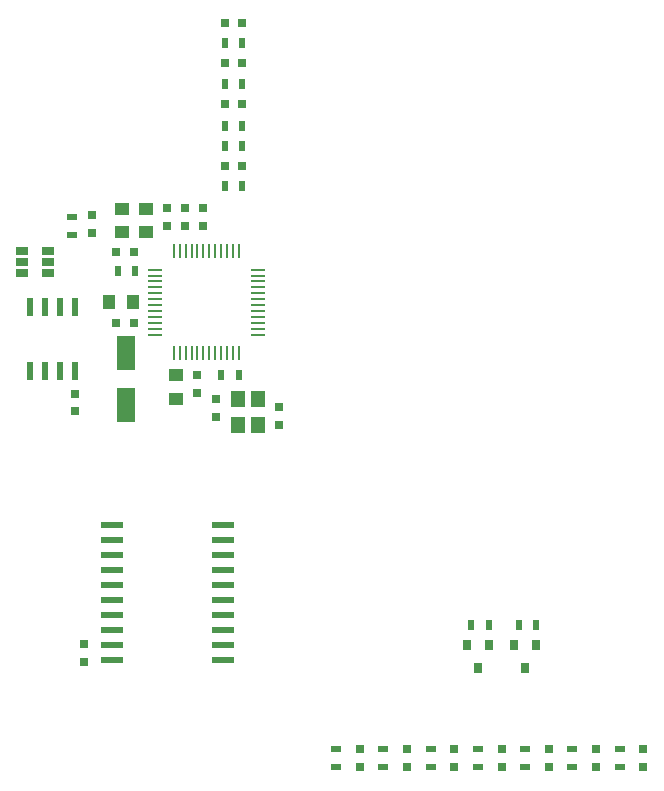
<source format=gbr>
%TF.GenerationSoftware,KiCad,Pcbnew,(5.99.0-10628-ga06f965ffa)*%
%TF.CreationDate,2021-11-10T20:23:20+01:00*%
%TF.ProjectId,16seg_Controller,31367365-675f-4436-9f6e-74726f6c6c65,1.0*%
%TF.SameCoordinates,Original*%
%TF.FileFunction,Paste,Top*%
%TF.FilePolarity,Positive*%
%FSLAX46Y46*%
G04 Gerber Fmt 4.6, Leading zero omitted, Abs format (unit mm)*
G04 Created by KiCad (PCBNEW (5.99.0-10628-ga06f965ffa)) date 2021-11-10 20:23:20*
%MOMM*%
%LPD*%
G01*
G04 APERTURE LIST*
%ADD10R,1.200000X1.400000*%
%ADD11R,0.500000X0.900000*%
%ADD12R,0.800000X0.900000*%
%ADD13R,1.060000X0.650000*%
%ADD14R,0.800000X0.750000*%
%ADD15R,0.600000X1.550000*%
%ADD16R,0.800000X0.800000*%
%ADD17R,1.600000X3.000000*%
%ADD18R,0.900000X0.500000*%
%ADD19R,0.750000X0.800000*%
%ADD20R,1.000000X1.250000*%
%ADD21R,0.250000X1.300000*%
%ADD22R,1.300000X0.250000*%
%ADD23R,1.950000X0.600000*%
%ADD24R,1.250000X1.000000*%
G04 APERTURE END LIST*
D10*
%TO.C,Y1*%
X89850000Y-96600000D03*
X89850000Y-98800000D03*
X88150000Y-98800000D03*
X88150000Y-96600000D03*
%TD*%
D11*
%TO.C,R11*%
X88550000Y-66500000D03*
X87050000Y-66500000D03*
%TD*%
D12*
%TO.C,Q2*%
X109450000Y-117400000D03*
X107550000Y-117400000D03*
X108500000Y-119400000D03*
%TD*%
D13*
%TO.C,D1*%
X69900000Y-84050000D03*
X69900000Y-85000000D03*
X69900000Y-85950000D03*
X72100000Y-85950000D03*
X72100000Y-85000000D03*
X72100000Y-84050000D03*
%TD*%
D14*
%TO.C,C11*%
X87050000Y-64800000D03*
X88550000Y-64800000D03*
%TD*%
D15*
%TO.C,U1*%
X74405000Y-88800000D03*
X73135000Y-88800000D03*
X71865000Y-88800000D03*
X70595000Y-88800000D03*
X70595000Y-94200000D03*
X71865000Y-94200000D03*
X73135000Y-94200000D03*
X74405000Y-94200000D03*
%TD*%
D16*
%TO.C,D2*%
X98500000Y-127800000D03*
X98500000Y-126200000D03*
%TD*%
D17*
%TO.C,C10*%
X78700000Y-92700000D03*
X78700000Y-97100000D03*
%TD*%
D16*
%TO.C,D8*%
X122500000Y-127800000D03*
X122500000Y-126200000D03*
%TD*%
D18*
%TO.C,R7*%
X108500000Y-127750000D03*
X108500000Y-126250000D03*
%TD*%
D19*
%TO.C,C17*%
X91650000Y-98800000D03*
X91650000Y-97300000D03*
%TD*%
D16*
%TO.C,D5*%
X106500000Y-127800000D03*
X106500000Y-126200000D03*
%TD*%
D11*
%TO.C,R9*%
X88550000Y-78600000D03*
X87050000Y-78600000D03*
%TD*%
D18*
%TO.C,R6*%
X104500000Y-127750000D03*
X104500000Y-126250000D03*
%TD*%
D11*
%TO.C,R1*%
X113450000Y-115750000D03*
X111950000Y-115750000D03*
%TD*%
D18*
%TO.C,R4*%
X100500000Y-127750000D03*
X100500000Y-126250000D03*
%TD*%
D11*
%TO.C,R16*%
X88250000Y-94600000D03*
X86750000Y-94600000D03*
%TD*%
D14*
%TO.C,C12*%
X87050000Y-71600000D03*
X88550000Y-71600000D03*
%TD*%
D11*
%TO.C,R12*%
X88550000Y-69900000D03*
X87050000Y-69900000D03*
%TD*%
D20*
%TO.C,C19*%
X79250000Y-88400000D03*
X77250000Y-88400000D03*
%TD*%
D11*
%TO.C,R17*%
X79500000Y-85800000D03*
X78000000Y-85800000D03*
%TD*%
D21*
%TO.C,U3*%
X88250000Y-84050000D03*
X87750000Y-84050000D03*
X87250000Y-84050000D03*
X86750000Y-84050000D03*
X86250000Y-84050000D03*
X85750000Y-84050000D03*
X85250000Y-84050000D03*
X84750000Y-84050000D03*
X84250000Y-84050000D03*
X83750000Y-84050000D03*
X83250000Y-84050000D03*
X82750000Y-84050000D03*
D22*
X81150000Y-85650000D03*
X81150000Y-86150000D03*
X81150000Y-86650000D03*
X81150000Y-87150000D03*
X81150000Y-87650000D03*
X81150000Y-88150000D03*
X81150000Y-88650000D03*
X81150000Y-89150000D03*
X81150000Y-89650000D03*
X81150000Y-90150000D03*
X81150000Y-90650000D03*
X81150000Y-91150000D03*
D21*
X82750000Y-92750000D03*
X83250000Y-92750000D03*
X83750000Y-92750000D03*
X84250000Y-92750000D03*
X84750000Y-92750000D03*
X85250000Y-92750000D03*
X85750000Y-92750000D03*
X86250000Y-92750000D03*
X86750000Y-92750000D03*
X87250000Y-92750000D03*
X87750000Y-92750000D03*
X88250000Y-92750000D03*
D22*
X89850000Y-91150000D03*
X89850000Y-90650000D03*
X89850000Y-90150000D03*
X89850000Y-89650000D03*
X89850000Y-89150000D03*
X89850000Y-88650000D03*
X89850000Y-88150000D03*
X89850000Y-87650000D03*
X89850000Y-87150000D03*
X89850000Y-86650000D03*
X89850000Y-86150000D03*
X89850000Y-85650000D03*
%TD*%
D11*
%TO.C,R10*%
X88550000Y-75200000D03*
X87050000Y-75200000D03*
%TD*%
D23*
%TO.C,U2*%
X86950000Y-118715000D03*
X86950000Y-117445000D03*
X86950000Y-116175000D03*
X86950000Y-114905000D03*
X86950000Y-113635000D03*
X86950000Y-112365000D03*
X86950000Y-111095000D03*
X86950000Y-109825000D03*
X86950000Y-108555000D03*
X86950000Y-107285000D03*
X77550000Y-107285000D03*
X77550000Y-108555000D03*
X77550000Y-109825000D03*
X77550000Y-111095000D03*
X77550000Y-112365000D03*
X77550000Y-113635000D03*
X77550000Y-114905000D03*
X77550000Y-116175000D03*
X77550000Y-117445000D03*
X77550000Y-118715000D03*
%TD*%
D19*
%TO.C,C1*%
X74400000Y-96150000D03*
X74400000Y-97650000D03*
%TD*%
D24*
%TO.C,C8*%
X82900000Y-94600000D03*
X82900000Y-96600000D03*
%TD*%
D19*
%TO.C,C2*%
X75150000Y-117350000D03*
X75150000Y-118850000D03*
%TD*%
D24*
%TO.C,C3*%
X78400000Y-82500000D03*
X78400000Y-80500000D03*
%TD*%
D19*
%TO.C,C7*%
X85200000Y-81950000D03*
X85200000Y-80450000D03*
%TD*%
D16*
%TO.C,D7*%
X118500000Y-127800000D03*
X118500000Y-126200000D03*
%TD*%
D19*
%TO.C,C16*%
X86350000Y-98100000D03*
X86350000Y-96600000D03*
%TD*%
%TO.C,C9*%
X84700000Y-94600000D03*
X84700000Y-96100000D03*
%TD*%
%TO.C,C15*%
X75800000Y-81050000D03*
X75800000Y-82550000D03*
%TD*%
D14*
%TO.C,C13*%
X87050000Y-76900000D03*
X88550000Y-76900000D03*
%TD*%
D24*
%TO.C,C4*%
X80400000Y-82500000D03*
X80400000Y-80500000D03*
%TD*%
D16*
%TO.C,D6*%
X110500000Y-127800000D03*
X110500000Y-126200000D03*
%TD*%
D18*
%TO.C,R13*%
X74100000Y-81200000D03*
X74100000Y-82700000D03*
%TD*%
%TO.C,R3*%
X112500000Y-127750000D03*
X112500000Y-126250000D03*
%TD*%
D19*
%TO.C,C6*%
X83700000Y-81950000D03*
X83700000Y-80450000D03*
%TD*%
D16*
%TO.C,D3*%
X114500000Y-127800000D03*
X114500000Y-126200000D03*
%TD*%
D18*
%TO.C,R15*%
X120500000Y-127750000D03*
X120500000Y-126250000D03*
%TD*%
%TO.C,R14*%
X116500000Y-127750000D03*
X116500000Y-126250000D03*
%TD*%
D19*
%TO.C,C5*%
X82200000Y-81950000D03*
X82200000Y-80450000D03*
%TD*%
D11*
%TO.C,R5*%
X109450000Y-115750000D03*
X107950000Y-115750000D03*
%TD*%
D18*
%TO.C,R2*%
X96500000Y-127750000D03*
X96500000Y-126250000D03*
%TD*%
D16*
%TO.C,D4*%
X102500000Y-127800000D03*
X102500000Y-126200000D03*
%TD*%
D12*
%TO.C,Q1*%
X113450000Y-117400000D03*
X111550000Y-117400000D03*
X112500000Y-119400000D03*
%TD*%
D11*
%TO.C,R8*%
X88550000Y-73500000D03*
X87050000Y-73500000D03*
%TD*%
D14*
%TO.C,C14*%
X87050000Y-68200000D03*
X88550000Y-68200000D03*
%TD*%
%TO.C,L1*%
X77850000Y-84200000D03*
X79350000Y-84200000D03*
%TD*%
%TO.C,C18*%
X79350000Y-90150000D03*
X77850000Y-90150000D03*
%TD*%
M02*

</source>
